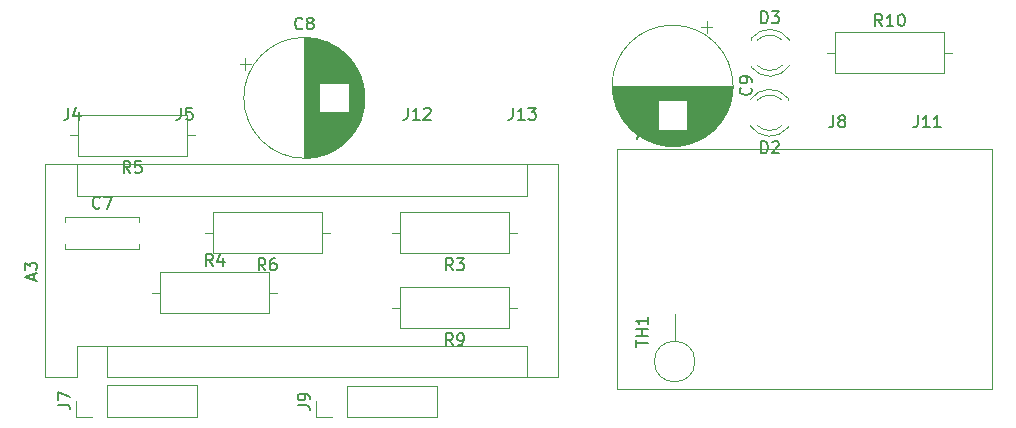
<source format=gto>
%TF.GenerationSoftware,KiCad,Pcbnew,6.0.11+dfsg-1*%
%TF.CreationDate,2024-03-12T04:01:45-04:00*%
%TF.ProjectId,pypilot-motor,70797069-6c6f-4742-9d6d-6f746f722e6b,rev?*%
%TF.SameCoordinates,Original*%
%TF.FileFunction,Legend,Top*%
%TF.FilePolarity,Positive*%
%FSLAX46Y46*%
G04 Gerber Fmt 4.6, Leading zero omitted, Abs format (unit mm)*
G04 Created by KiCad (PCBNEW 6.0.11+dfsg-1) date 2024-03-12 04:01:45*
%MOMM*%
%LPD*%
G01*
G04 APERTURE LIST*
%ADD10C,0.150000*%
%ADD11C,0.120000*%
G04 APERTURE END LIST*
D10*
%TO.C,A3*%
X104036666Y-116974285D02*
X104036666Y-116498095D01*
X104322380Y-117069523D02*
X103322380Y-116736190D01*
X104322380Y-116402857D01*
X103322380Y-116164761D02*
X103322380Y-115545714D01*
X103703333Y-115879047D01*
X103703333Y-115736190D01*
X103750952Y-115640952D01*
X103798571Y-115593333D01*
X103893809Y-115545714D01*
X104131904Y-115545714D01*
X104227142Y-115593333D01*
X104274761Y-115640952D01*
X104322380Y-115736190D01*
X104322380Y-116021904D01*
X104274761Y-116117142D01*
X104227142Y-116164761D01*
%TO.C,A4*%
X155241714Y-104814666D02*
X155717904Y-104814666D01*
X155146476Y-105100380D02*
X155479809Y-104100380D01*
X155813142Y-105100380D01*
X156575047Y-104433714D02*
X156575047Y-105100380D01*
X156336952Y-104052761D02*
X156098857Y-104767047D01*
X156717904Y-104767047D01*
%TO.C,C7*%
X109648333Y-110887142D02*
X109600714Y-110934761D01*
X109457857Y-110982380D01*
X109362619Y-110982380D01*
X109219761Y-110934761D01*
X109124523Y-110839523D01*
X109076904Y-110744285D01*
X109029285Y-110553809D01*
X109029285Y-110410952D01*
X109076904Y-110220476D01*
X109124523Y-110125238D01*
X109219761Y-110030000D01*
X109362619Y-109982380D01*
X109457857Y-109982380D01*
X109600714Y-110030000D01*
X109648333Y-110077619D01*
X109981666Y-109982380D02*
X110648333Y-109982380D01*
X110219761Y-110982380D01*
%TO.C,C9*%
X164747542Y-100736066D02*
X164795161Y-100783685D01*
X164842780Y-100926542D01*
X164842780Y-101021780D01*
X164795161Y-101164638D01*
X164699923Y-101259876D01*
X164604685Y-101307495D01*
X164414209Y-101355114D01*
X164271352Y-101355114D01*
X164080876Y-101307495D01*
X163985638Y-101259876D01*
X163890400Y-101164638D01*
X163842780Y-101021780D01*
X163842780Y-100926542D01*
X163890400Y-100783685D01*
X163938019Y-100736066D01*
X164842780Y-100259876D02*
X164842780Y-100069400D01*
X164795161Y-99974161D01*
X164747542Y-99926542D01*
X164604685Y-99831304D01*
X164414209Y-99783685D01*
X164033257Y-99783685D01*
X163938019Y-99831304D01*
X163890400Y-99878923D01*
X163842780Y-99974161D01*
X163842780Y-100164638D01*
X163890400Y-100259876D01*
X163938019Y-100307495D01*
X164033257Y-100355114D01*
X164271352Y-100355114D01*
X164366590Y-100307495D01*
X164414209Y-100259876D01*
X164461828Y-100164638D01*
X164461828Y-99974161D01*
X164414209Y-99878923D01*
X164366590Y-99831304D01*
X164271352Y-99783685D01*
%TO.C,J4*%
X106981666Y-102457380D02*
X106981666Y-103171666D01*
X106934047Y-103314523D01*
X106838809Y-103409761D01*
X106695952Y-103457380D01*
X106600714Y-103457380D01*
X107886428Y-102790714D02*
X107886428Y-103457380D01*
X107648333Y-102409761D02*
X107410238Y-103124047D01*
X108029285Y-103124047D01*
%TO.C,J5*%
X116506666Y-102457380D02*
X116506666Y-103171666D01*
X116459047Y-103314523D01*
X116363809Y-103409761D01*
X116220952Y-103457380D01*
X116125714Y-103457380D01*
X117459047Y-102457380D02*
X116982857Y-102457380D01*
X116935238Y-102933571D01*
X116982857Y-102885952D01*
X117078095Y-102838333D01*
X117316190Y-102838333D01*
X117411428Y-102885952D01*
X117459047Y-102933571D01*
X117506666Y-103028809D01*
X117506666Y-103266904D01*
X117459047Y-103362142D01*
X117411428Y-103409761D01*
X117316190Y-103457380D01*
X117078095Y-103457380D01*
X116982857Y-103409761D01*
X116935238Y-103362142D01*
%TO.C,J7*%
X106088380Y-127587333D02*
X106802666Y-127587333D01*
X106945523Y-127634952D01*
X107040761Y-127730190D01*
X107088380Y-127873047D01*
X107088380Y-127968285D01*
X106088380Y-127206380D02*
X106088380Y-126539714D01*
X107088380Y-126968285D01*
%TO.C,J8*%
X171751666Y-103092380D02*
X171751666Y-103806666D01*
X171704047Y-103949523D01*
X171608809Y-104044761D01*
X171465952Y-104092380D01*
X171370714Y-104092380D01*
X172370714Y-103520952D02*
X172275476Y-103473333D01*
X172227857Y-103425714D01*
X172180238Y-103330476D01*
X172180238Y-103282857D01*
X172227857Y-103187619D01*
X172275476Y-103140000D01*
X172370714Y-103092380D01*
X172561190Y-103092380D01*
X172656428Y-103140000D01*
X172704047Y-103187619D01*
X172751666Y-103282857D01*
X172751666Y-103330476D01*
X172704047Y-103425714D01*
X172656428Y-103473333D01*
X172561190Y-103520952D01*
X172370714Y-103520952D01*
X172275476Y-103568571D01*
X172227857Y-103616190D01*
X172180238Y-103711428D01*
X172180238Y-103901904D01*
X172227857Y-103997142D01*
X172275476Y-104044761D01*
X172370714Y-104092380D01*
X172561190Y-104092380D01*
X172656428Y-104044761D01*
X172704047Y-103997142D01*
X172751666Y-103901904D01*
X172751666Y-103711428D01*
X172704047Y-103616190D01*
X172656428Y-103568571D01*
X172561190Y-103520952D01*
%TO.C,J9*%
X126408380Y-127638133D02*
X127122666Y-127638133D01*
X127265523Y-127685752D01*
X127360761Y-127780990D01*
X127408380Y-127923847D01*
X127408380Y-128019085D01*
X127408380Y-127114323D02*
X127408380Y-126923847D01*
X127360761Y-126828609D01*
X127313142Y-126780990D01*
X127170285Y-126685752D01*
X126979809Y-126638133D01*
X126598857Y-126638133D01*
X126503619Y-126685752D01*
X126456000Y-126733371D01*
X126408380Y-126828609D01*
X126408380Y-127019085D01*
X126456000Y-127114323D01*
X126503619Y-127161942D01*
X126598857Y-127209561D01*
X126836952Y-127209561D01*
X126932190Y-127161942D01*
X126979809Y-127114323D01*
X127027428Y-127019085D01*
X127027428Y-126828609D01*
X126979809Y-126733371D01*
X126932190Y-126685752D01*
X126836952Y-126638133D01*
%TO.C,J11*%
X178895476Y-103092380D02*
X178895476Y-103806666D01*
X178847857Y-103949523D01*
X178752619Y-104044761D01*
X178609761Y-104092380D01*
X178514523Y-104092380D01*
X179895476Y-104092380D02*
X179324047Y-104092380D01*
X179609761Y-104092380D02*
X179609761Y-103092380D01*
X179514523Y-103235238D01*
X179419285Y-103330476D01*
X179324047Y-103378095D01*
X180847857Y-104092380D02*
X180276428Y-104092380D01*
X180562142Y-104092380D02*
X180562142Y-103092380D01*
X180466904Y-103235238D01*
X180371666Y-103330476D01*
X180276428Y-103378095D01*
%TO.C,J12*%
X135715476Y-102457380D02*
X135715476Y-103171666D01*
X135667857Y-103314523D01*
X135572619Y-103409761D01*
X135429761Y-103457380D01*
X135334523Y-103457380D01*
X136715476Y-103457380D02*
X136144047Y-103457380D01*
X136429761Y-103457380D02*
X136429761Y-102457380D01*
X136334523Y-102600238D01*
X136239285Y-102695476D01*
X136144047Y-102743095D01*
X137096428Y-102552619D02*
X137144047Y-102505000D01*
X137239285Y-102457380D01*
X137477380Y-102457380D01*
X137572619Y-102505000D01*
X137620238Y-102552619D01*
X137667857Y-102647857D01*
X137667857Y-102743095D01*
X137620238Y-102885952D01*
X137048809Y-103457380D01*
X137667857Y-103457380D01*
%TO.C,J13*%
X144605476Y-102457380D02*
X144605476Y-103171666D01*
X144557857Y-103314523D01*
X144462619Y-103409761D01*
X144319761Y-103457380D01*
X144224523Y-103457380D01*
X145605476Y-103457380D02*
X145034047Y-103457380D01*
X145319761Y-103457380D02*
X145319761Y-102457380D01*
X145224523Y-102600238D01*
X145129285Y-102695476D01*
X145034047Y-102743095D01*
X145938809Y-102457380D02*
X146557857Y-102457380D01*
X146224523Y-102838333D01*
X146367380Y-102838333D01*
X146462619Y-102885952D01*
X146510238Y-102933571D01*
X146557857Y-103028809D01*
X146557857Y-103266904D01*
X146510238Y-103362142D01*
X146462619Y-103409761D01*
X146367380Y-103457380D01*
X146081666Y-103457380D01*
X145986428Y-103409761D01*
X145938809Y-103362142D01*
%TO.C,R3*%
X139533333Y-116202380D02*
X139200000Y-115726190D01*
X138961904Y-116202380D02*
X138961904Y-115202380D01*
X139342857Y-115202380D01*
X139438095Y-115250000D01*
X139485714Y-115297619D01*
X139533333Y-115392857D01*
X139533333Y-115535714D01*
X139485714Y-115630952D01*
X139438095Y-115678571D01*
X139342857Y-115726190D01*
X138961904Y-115726190D01*
X139866666Y-115202380D02*
X140485714Y-115202380D01*
X140152380Y-115583333D01*
X140295238Y-115583333D01*
X140390476Y-115630952D01*
X140438095Y-115678571D01*
X140485714Y-115773809D01*
X140485714Y-116011904D01*
X140438095Y-116107142D01*
X140390476Y-116154761D01*
X140295238Y-116202380D01*
X140009523Y-116202380D01*
X139914285Y-116154761D01*
X139866666Y-116107142D01*
%TO.C,R4*%
X119213333Y-115842380D02*
X118880000Y-115366190D01*
X118641904Y-115842380D02*
X118641904Y-114842380D01*
X119022857Y-114842380D01*
X119118095Y-114890000D01*
X119165714Y-114937619D01*
X119213333Y-115032857D01*
X119213333Y-115175714D01*
X119165714Y-115270952D01*
X119118095Y-115318571D01*
X119022857Y-115366190D01*
X118641904Y-115366190D01*
X120070476Y-115175714D02*
X120070476Y-115842380D01*
X119832380Y-114794761D02*
X119594285Y-115509047D01*
X120213333Y-115509047D01*
%TO.C,R5*%
X112228333Y-107947380D02*
X111895000Y-107471190D01*
X111656904Y-107947380D02*
X111656904Y-106947380D01*
X112037857Y-106947380D01*
X112133095Y-106995000D01*
X112180714Y-107042619D01*
X112228333Y-107137857D01*
X112228333Y-107280714D01*
X112180714Y-107375952D01*
X112133095Y-107423571D01*
X112037857Y-107471190D01*
X111656904Y-107471190D01*
X113133095Y-106947380D02*
X112656904Y-106947380D01*
X112609285Y-107423571D01*
X112656904Y-107375952D01*
X112752142Y-107328333D01*
X112990238Y-107328333D01*
X113085476Y-107375952D01*
X113133095Y-107423571D01*
X113180714Y-107518809D01*
X113180714Y-107756904D01*
X113133095Y-107852142D01*
X113085476Y-107899761D01*
X112990238Y-107947380D01*
X112752142Y-107947380D01*
X112656904Y-107899761D01*
X112609285Y-107852142D01*
%TO.C,R6*%
X123658333Y-116202380D02*
X123325000Y-115726190D01*
X123086904Y-116202380D02*
X123086904Y-115202380D01*
X123467857Y-115202380D01*
X123563095Y-115250000D01*
X123610714Y-115297619D01*
X123658333Y-115392857D01*
X123658333Y-115535714D01*
X123610714Y-115630952D01*
X123563095Y-115678571D01*
X123467857Y-115726190D01*
X123086904Y-115726190D01*
X124515476Y-115202380D02*
X124325000Y-115202380D01*
X124229761Y-115250000D01*
X124182142Y-115297619D01*
X124086904Y-115440476D01*
X124039285Y-115630952D01*
X124039285Y-116011904D01*
X124086904Y-116107142D01*
X124134523Y-116154761D01*
X124229761Y-116202380D01*
X124420238Y-116202380D01*
X124515476Y-116154761D01*
X124563095Y-116107142D01*
X124610714Y-116011904D01*
X124610714Y-115773809D01*
X124563095Y-115678571D01*
X124515476Y-115630952D01*
X124420238Y-115583333D01*
X124229761Y-115583333D01*
X124134523Y-115630952D01*
X124086904Y-115678571D01*
X124039285Y-115773809D01*
%TO.C,R9*%
X139533333Y-122552380D02*
X139200000Y-122076190D01*
X138961904Y-122552380D02*
X138961904Y-121552380D01*
X139342857Y-121552380D01*
X139438095Y-121600000D01*
X139485714Y-121647619D01*
X139533333Y-121742857D01*
X139533333Y-121885714D01*
X139485714Y-121980952D01*
X139438095Y-122028571D01*
X139342857Y-122076190D01*
X138961904Y-122076190D01*
X140009523Y-122552380D02*
X140200000Y-122552380D01*
X140295238Y-122504761D01*
X140342857Y-122457142D01*
X140438095Y-122314285D01*
X140485714Y-122123809D01*
X140485714Y-121742857D01*
X140438095Y-121647619D01*
X140390476Y-121600000D01*
X140295238Y-121552380D01*
X140104761Y-121552380D01*
X140009523Y-121600000D01*
X139961904Y-121647619D01*
X139914285Y-121742857D01*
X139914285Y-121980952D01*
X139961904Y-122076190D01*
X140009523Y-122123809D01*
X140104761Y-122171428D01*
X140295238Y-122171428D01*
X140390476Y-122123809D01*
X140438095Y-122076190D01*
X140485714Y-121980952D01*
%TO.C,TH1*%
X155050580Y-122672314D02*
X155050580Y-122100885D01*
X156050580Y-122386600D02*
X155050580Y-122386600D01*
X156050580Y-121767552D02*
X155050580Y-121767552D01*
X155526771Y-121767552D02*
X155526771Y-121196123D01*
X156050580Y-121196123D02*
X155050580Y-121196123D01*
X156050580Y-120196123D02*
X156050580Y-120767552D01*
X156050580Y-120481838D02*
X155050580Y-120481838D01*
X155193438Y-120577076D01*
X155288676Y-120672314D01*
X155336295Y-120767552D01*
%TO.C,C8*%
X126793333Y-95707142D02*
X126745714Y-95754761D01*
X126602857Y-95802380D01*
X126507619Y-95802380D01*
X126364761Y-95754761D01*
X126269523Y-95659523D01*
X126221904Y-95564285D01*
X126174285Y-95373809D01*
X126174285Y-95230952D01*
X126221904Y-95040476D01*
X126269523Y-94945238D01*
X126364761Y-94850000D01*
X126507619Y-94802380D01*
X126602857Y-94802380D01*
X126745714Y-94850000D01*
X126793333Y-94897619D01*
X127364761Y-95230952D02*
X127269523Y-95183333D01*
X127221904Y-95135714D01*
X127174285Y-95040476D01*
X127174285Y-94992857D01*
X127221904Y-94897619D01*
X127269523Y-94850000D01*
X127364761Y-94802380D01*
X127555238Y-94802380D01*
X127650476Y-94850000D01*
X127698095Y-94897619D01*
X127745714Y-94992857D01*
X127745714Y-95040476D01*
X127698095Y-95135714D01*
X127650476Y-95183333D01*
X127555238Y-95230952D01*
X127364761Y-95230952D01*
X127269523Y-95278571D01*
X127221904Y-95326190D01*
X127174285Y-95421428D01*
X127174285Y-95611904D01*
X127221904Y-95707142D01*
X127269523Y-95754761D01*
X127364761Y-95802380D01*
X127555238Y-95802380D01*
X127650476Y-95754761D01*
X127698095Y-95707142D01*
X127745714Y-95611904D01*
X127745714Y-95421428D01*
X127698095Y-95326190D01*
X127650476Y-95278571D01*
X127555238Y-95230952D01*
%TO.C,D2*%
X165631904Y-106282380D02*
X165631904Y-105282380D01*
X165870000Y-105282380D01*
X166012857Y-105330000D01*
X166108095Y-105425238D01*
X166155714Y-105520476D01*
X166203333Y-105710952D01*
X166203333Y-105853809D01*
X166155714Y-106044285D01*
X166108095Y-106139523D01*
X166012857Y-106234761D01*
X165870000Y-106282380D01*
X165631904Y-106282380D01*
X166584285Y-105377619D02*
X166631904Y-105330000D01*
X166727142Y-105282380D01*
X166965238Y-105282380D01*
X167060476Y-105330000D01*
X167108095Y-105377619D01*
X167155714Y-105472857D01*
X167155714Y-105568095D01*
X167108095Y-105710952D01*
X166536666Y-106282380D01*
X167155714Y-106282380D01*
%TO.C,R10*%
X175887142Y-95522380D02*
X175553809Y-95046190D01*
X175315714Y-95522380D02*
X175315714Y-94522380D01*
X175696666Y-94522380D01*
X175791904Y-94570000D01*
X175839523Y-94617619D01*
X175887142Y-94712857D01*
X175887142Y-94855714D01*
X175839523Y-94950952D01*
X175791904Y-94998571D01*
X175696666Y-95046190D01*
X175315714Y-95046190D01*
X176839523Y-95522380D02*
X176268095Y-95522380D01*
X176553809Y-95522380D02*
X176553809Y-94522380D01*
X176458571Y-94665238D01*
X176363333Y-94760476D01*
X176268095Y-94808095D01*
X177458571Y-94522380D02*
X177553809Y-94522380D01*
X177649047Y-94570000D01*
X177696666Y-94617619D01*
X177744285Y-94712857D01*
X177791904Y-94903333D01*
X177791904Y-95141428D01*
X177744285Y-95331904D01*
X177696666Y-95427142D01*
X177649047Y-95474761D01*
X177553809Y-95522380D01*
X177458571Y-95522380D01*
X177363333Y-95474761D01*
X177315714Y-95427142D01*
X177268095Y-95331904D01*
X177220476Y-95141428D01*
X177220476Y-94903333D01*
X177268095Y-94712857D01*
X177315714Y-94617619D01*
X177363333Y-94570000D01*
X177458571Y-94522380D01*
%TO.C,D3*%
X165631904Y-95282380D02*
X165631904Y-94282380D01*
X165870000Y-94282380D01*
X166012857Y-94330000D01*
X166108095Y-94425238D01*
X166155714Y-94520476D01*
X166203333Y-94710952D01*
X166203333Y-94853809D01*
X166155714Y-95044285D01*
X166108095Y-95139523D01*
X166012857Y-95234761D01*
X165870000Y-95282380D01*
X165631904Y-95282380D01*
X166536666Y-94282380D02*
X167155714Y-94282380D01*
X166822380Y-94663333D01*
X166965238Y-94663333D01*
X167060476Y-94710952D01*
X167108095Y-94758571D01*
X167155714Y-94853809D01*
X167155714Y-95091904D01*
X167108095Y-95187142D01*
X167060476Y-95234761D01*
X166965238Y-95282380D01*
X166679523Y-95282380D01*
X166584285Y-95234761D01*
X166536666Y-95187142D01*
D11*
%TO.C,A3*%
X107680000Y-109910000D02*
X145780000Y-109910000D01*
X148450000Y-107240000D02*
X105010000Y-107240000D01*
X148450000Y-125280000D02*
X148450000Y-107240000D01*
X110220000Y-122610000D02*
X145780000Y-122610000D01*
X145780000Y-109910000D02*
X145780000Y-107240000D01*
X107680000Y-109910000D02*
X107680000Y-107240000D01*
X107680000Y-122610000D02*
X107680000Y-125280000D01*
X145780000Y-122610000D02*
X145780000Y-125280000D01*
X105010000Y-125280000D02*
X107680000Y-125280000D01*
X110220000Y-122610000D02*
X110220000Y-125280000D01*
X105010000Y-107240000D02*
X105010000Y-125280000D01*
X110220000Y-125280000D02*
X148450000Y-125280000D01*
X110220000Y-122610000D02*
X107680000Y-122610000D01*
%TO.C,A4*%
X153416000Y-105918000D02*
X153416000Y-126238000D01*
X185166000Y-105918000D02*
X153416000Y-105918000D01*
X185166000Y-126238000D02*
X185166000Y-105918000D01*
X153416000Y-126238000D02*
X185166000Y-126238000D01*
%TO.C,C7*%
X106695000Y-114400000D02*
X112935000Y-114400000D01*
X112935000Y-111660000D02*
X112935000Y-112105000D01*
X106695000Y-111660000D02*
X112935000Y-111660000D01*
X106695000Y-111660000D02*
X106695000Y-112105000D01*
X112935000Y-113955000D02*
X112935000Y-114400000D01*
X106695000Y-113955000D02*
X106695000Y-114400000D01*
%TO.C,C9*%
X156899400Y-102690400D02*
X153519400Y-102690400D01*
X163144400Y-101450400D02*
X153136400Y-101450400D01*
X162951400Y-102210400D02*
X159381400Y-102210400D01*
X163151400Y-101410400D02*
X153129400Y-101410400D01*
X162923400Y-102290400D02*
X159381400Y-102290400D01*
X163047400Y-101890400D02*
X159381400Y-101890400D01*
X160265400Y-105210400D02*
X156015400Y-105210400D01*
X161346400Y-104530400D02*
X154934400Y-104530400D01*
X156899400Y-102210400D02*
X153329400Y-102210400D01*
X162743400Y-102730400D02*
X159381400Y-102730400D01*
X160177400Y-105250400D02*
X156103400Y-105250400D01*
X163185400Y-101169400D02*
X153095400Y-101169400D01*
X163137400Y-101490400D02*
X153143400Y-101490400D01*
X162724400Y-102770400D02*
X159381400Y-102770400D01*
X162685400Y-102850400D02*
X159381400Y-102850400D01*
X162644400Y-102930400D02*
X159381400Y-102930400D01*
X156899400Y-102770400D02*
X153556400Y-102770400D01*
X161085400Y-104730400D02*
X155195400Y-104730400D01*
X158739400Y-105650400D02*
X157541400Y-105650400D01*
X156899400Y-102850400D02*
X153595400Y-102850400D01*
X161394400Y-104490400D02*
X154886400Y-104490400D01*
X156899400Y-102170400D02*
X153316400Y-102170400D01*
X162387400Y-103370400D02*
X159381400Y-103370400D01*
X160579400Y-105050400D02*
X155701400Y-105050400D01*
X156899400Y-102250400D02*
X153343400Y-102250400D01*
X156899400Y-103330400D02*
X153867400Y-103330400D01*
X162511400Y-103170400D02*
X159381400Y-103170400D01*
X156899400Y-103610400D02*
X154060400Y-103610400D01*
X162438400Y-103290400D02*
X159381400Y-103290400D01*
X161618400Y-104290400D02*
X159381400Y-104290400D01*
X160849400Y-104890400D02*
X155431400Y-104890400D01*
X156899400Y-103930400D02*
X154316400Y-103930400D01*
X156899400Y-104250400D02*
X154620400Y-104250400D01*
X161780400Y-104130400D02*
X159381400Y-104130400D01*
X163002400Y-102050400D02*
X159381400Y-102050400D01*
X162557400Y-103090400D02*
X159381400Y-103090400D01*
X162704400Y-102810400D02*
X159381400Y-102810400D01*
X156899400Y-103090400D02*
X153723400Y-103090400D01*
X156899400Y-103970400D02*
X154351400Y-103970400D01*
X156899400Y-104010400D02*
X154387400Y-104010400D01*
X162097400Y-103770400D02*
X159381400Y-103770400D01*
X156899400Y-102090400D02*
X153290400Y-102090400D01*
X156899400Y-103050400D02*
X153700400Y-103050400D01*
X156899400Y-101970400D02*
X153255400Y-101970400D01*
X156899400Y-101850400D02*
X153222400Y-101850400D01*
X156899400Y-103650400D02*
X154090400Y-103650400D01*
X156899400Y-103730400D02*
X154151400Y-103730400D01*
X162814400Y-102570400D02*
X159381400Y-102570400D01*
X156899400Y-102450400D02*
X153417400Y-102450400D01*
X156899400Y-104290400D02*
X154662400Y-104290400D01*
X156899400Y-102730400D02*
X153537400Y-102730400D01*
X163025400Y-101970400D02*
X159381400Y-101970400D01*
X163220400Y-100569400D02*
X153060400Y-100569400D01*
X161701400Y-104210400D02*
X159381400Y-104210400D01*
X159770400Y-105410400D02*
X156510400Y-105410400D01*
X156899400Y-103130400D02*
X153745400Y-103130400D01*
X162463400Y-103250400D02*
X159381400Y-103250400D01*
X156899400Y-103410400D02*
X153919400Y-103410400D01*
X156899400Y-103290400D02*
X153842400Y-103290400D01*
X160970400Y-104810400D02*
X155310400Y-104810400D01*
X162602400Y-103010400D02*
X159381400Y-103010400D01*
X162278400Y-103530400D02*
X159381400Y-103530400D01*
X163158400Y-101370400D02*
X153122400Y-101370400D01*
X156899400Y-103490400D02*
X153974400Y-103490400D01*
X161576400Y-104330400D02*
X154704400Y-104330400D01*
X162847400Y-102490400D02*
X159381400Y-102490400D01*
X163220400Y-100609400D02*
X153060400Y-100609400D01*
X156899400Y-104090400D02*
X154461400Y-104090400D01*
X162779400Y-102650400D02*
X159381400Y-102650400D01*
X163170400Y-101290400D02*
X153110400Y-101290400D01*
X161296400Y-104570400D02*
X154984400Y-104570400D01*
X161929400Y-103970400D02*
X159381400Y-103970400D01*
X156899400Y-102130400D02*
X153303400Y-102130400D01*
X163213400Y-100849400D02*
X153067400Y-100849400D01*
X162250400Y-103570400D02*
X159381400Y-103570400D01*
X156899400Y-103010400D02*
X153678400Y-103010400D01*
X156899400Y-103530400D02*
X154002400Y-103530400D01*
X156899400Y-104170400D02*
X154539400Y-104170400D01*
X161140400Y-104690400D02*
X155140400Y-104690400D01*
X162361400Y-103410400D02*
X159381400Y-103410400D01*
X162937400Y-102250400D02*
X159381400Y-102250400D01*
X163175400Y-101249400D02*
X153105400Y-101249400D01*
X163014400Y-102010400D02*
X159381400Y-102010400D01*
X162580400Y-103050400D02*
X159381400Y-103050400D01*
X163078400Y-101770400D02*
X153202400Y-101770400D01*
X162830400Y-102530400D02*
X159381400Y-102530400D01*
X162487400Y-103210400D02*
X159381400Y-103210400D01*
X162065400Y-103810400D02*
X159381400Y-103810400D01*
X162863400Y-102450400D02*
X159381400Y-102450400D01*
X163087400Y-101730400D02*
X153193400Y-101730400D01*
X163122400Y-101570400D02*
X153158400Y-101570400D01*
X162894400Y-102370400D02*
X159381400Y-102370400D01*
X156899400Y-102970400D02*
X153657400Y-102970400D01*
X160429400Y-105130400D02*
X155851400Y-105130400D01*
X156899400Y-103210400D02*
X153793400Y-103210400D01*
X156899400Y-102490400D02*
X153433400Y-102490400D01*
X156899400Y-102330400D02*
X153372400Y-102330400D01*
X163180400Y-101209400D02*
X153100400Y-101209400D01*
X161015400Y-95089754D02*
X161015400Y-96089754D01*
X163164400Y-101330400D02*
X153116400Y-101330400D01*
X156899400Y-103570400D02*
X154030400Y-103570400D01*
X162797400Y-102610400D02*
X159381400Y-102610400D01*
X156899400Y-103450400D02*
X153946400Y-103450400D01*
X163190400Y-101129400D02*
X153090400Y-101129400D01*
X156899400Y-104210400D02*
X154579400Y-104210400D01*
X159882400Y-105370400D02*
X156398400Y-105370400D01*
X156899400Y-102570400D02*
X153466400Y-102570400D01*
X156899400Y-103770400D02*
X154183400Y-103770400D01*
X163208400Y-100929400D02*
X153072400Y-100929400D01*
X156899400Y-103810400D02*
X154215400Y-103810400D01*
X161856400Y-104050400D02*
X159381400Y-104050400D01*
X161964400Y-103930400D02*
X159381400Y-103930400D01*
X162977400Y-102130400D02*
X159381400Y-102130400D01*
X163215400Y-100809400D02*
X153065400Y-100809400D01*
X160910400Y-104850400D02*
X155370400Y-104850400D01*
X159370400Y-105530400D02*
X156910400Y-105530400D01*
X161487400Y-104410400D02*
X154793400Y-104410400D01*
X162190400Y-103650400D02*
X159381400Y-103650400D01*
X161194400Y-104650400D02*
X155086400Y-104650400D01*
X162623400Y-102970400D02*
X159381400Y-102970400D01*
X160650400Y-105010400D02*
X155630400Y-105010400D01*
X159518400Y-105490400D02*
X156762400Y-105490400D01*
X162220400Y-103610400D02*
X159381400Y-103610400D01*
X162908400Y-102330400D02*
X159381400Y-102330400D01*
X161660400Y-104250400D02*
X159381400Y-104250400D01*
X161532400Y-104370400D02*
X154748400Y-104370400D01*
X162878400Y-102410400D02*
X159381400Y-102410400D01*
X156899400Y-103850400D02*
X154248400Y-103850400D01*
X160505400Y-105090400D02*
X155775400Y-105090400D01*
X161441400Y-104450400D02*
X154839400Y-104450400D01*
X156899400Y-102930400D02*
X153636400Y-102930400D01*
X156899400Y-102050400D02*
X153278400Y-102050400D01*
X162306400Y-103490400D02*
X159381400Y-103490400D01*
X162535400Y-103130400D02*
X159381400Y-103130400D01*
X160349400Y-105170400D02*
X155931400Y-105170400D01*
X161819400Y-104090400D02*
X159381400Y-104090400D01*
X162990400Y-102090400D02*
X159381400Y-102090400D01*
X163202400Y-101009400D02*
X153078400Y-101009400D01*
X162665400Y-102890400D02*
X159381400Y-102890400D01*
X159986400Y-105330400D02*
X156294400Y-105330400D01*
X161246400Y-104610400D02*
X155034400Y-104610400D01*
X156899400Y-102890400D02*
X153615400Y-102890400D01*
X156899400Y-103370400D02*
X153893400Y-103370400D01*
X163130400Y-101530400D02*
X153150400Y-101530400D01*
X162032400Y-103850400D02*
X159381400Y-103850400D01*
X161029400Y-104770400D02*
X155251400Y-104770400D01*
X163114400Y-101610400D02*
X153166400Y-101610400D01*
X162964400Y-102170400D02*
X159381400Y-102170400D01*
X156899400Y-104130400D02*
X154500400Y-104130400D01*
X156899400Y-102370400D02*
X153386400Y-102370400D01*
X159002400Y-105610400D02*
X157278400Y-105610400D01*
X156899400Y-102290400D02*
X153357400Y-102290400D01*
X156899400Y-101890400D02*
X153233400Y-101890400D01*
X163194400Y-101089400D02*
X153086400Y-101089400D01*
X156899400Y-103170400D02*
X153769400Y-103170400D01*
X156899400Y-104050400D02*
X154424400Y-104050400D01*
X163058400Y-101850400D02*
X159381400Y-101850400D01*
X156899400Y-103690400D02*
X154120400Y-103690400D01*
X161998400Y-103890400D02*
X159381400Y-103890400D01*
X162334400Y-103450400D02*
X159381400Y-103450400D01*
X162129400Y-103730400D02*
X159381400Y-103730400D01*
X163198400Y-101049400D02*
X153082400Y-101049400D01*
X162160400Y-103690400D02*
X159381400Y-103690400D01*
X161515400Y-95589754D02*
X160515400Y-95589754D01*
X156899400Y-102610400D02*
X153483400Y-102610400D01*
X161741400Y-104170400D02*
X159381400Y-104170400D01*
X163068400Y-101810400D02*
X153212400Y-101810400D01*
X156899400Y-102810400D02*
X153576400Y-102810400D01*
X161893400Y-104010400D02*
X159381400Y-104010400D01*
X163105400Y-101650400D02*
X153175400Y-101650400D01*
X162413400Y-103330400D02*
X159381400Y-103330400D01*
X156899400Y-103890400D02*
X154282400Y-103890400D01*
X163037400Y-101930400D02*
X159381400Y-101930400D01*
X160785400Y-104930400D02*
X155495400Y-104930400D01*
X163219400Y-100689400D02*
X153061400Y-100689400D01*
X156899400Y-102650400D02*
X153501400Y-102650400D01*
X156899400Y-102530400D02*
X153450400Y-102530400D01*
X163096400Y-101690400D02*
X153184400Y-101690400D01*
X163218400Y-100729400D02*
X153062400Y-100729400D01*
X160084400Y-105290400D02*
X156196400Y-105290400D01*
X163205400Y-100969400D02*
X153075400Y-100969400D01*
X160719400Y-104970400D02*
X155561400Y-104970400D01*
X162761400Y-102690400D02*
X159381400Y-102690400D01*
X159650400Y-105450400D02*
X156630400Y-105450400D01*
X163210400Y-100889400D02*
X153070400Y-100889400D01*
X156899400Y-102410400D02*
X153402400Y-102410400D01*
X156899400Y-101930400D02*
X153243400Y-101930400D01*
X163220400Y-100649400D02*
X153060400Y-100649400D01*
X156899400Y-102010400D02*
X153266400Y-102010400D01*
X156899400Y-103250400D02*
X153817400Y-103250400D01*
X163217400Y-100769400D02*
X153063400Y-100769400D01*
X159202400Y-105570400D02*
X157078400Y-105570400D01*
X163260400Y-100569400D02*
G75*
G03*
X163260400Y-100569400I-5120000J0D01*
G01*
%TO.C,J7*%
X107636000Y-128584000D02*
X107636000Y-127254000D01*
X110236000Y-125924000D02*
X117916000Y-125924000D01*
X108966000Y-128584000D02*
X107636000Y-128584000D01*
X117916000Y-128584000D02*
X117916000Y-125924000D01*
X110236000Y-128584000D02*
X117916000Y-128584000D01*
X110236000Y-128584000D02*
X110236000Y-125924000D01*
%TO.C,J9*%
X130556000Y-125974800D02*
X138236000Y-125974800D01*
X138236000Y-128634800D02*
X138236000Y-125974800D01*
X129286000Y-128634800D02*
X127956000Y-128634800D01*
X130556000Y-128634800D02*
X130556000Y-125974800D01*
X130556000Y-128634800D02*
X138236000Y-128634800D01*
X127956000Y-128634800D02*
X127956000Y-127304800D01*
%TO.C,R3*%
X144320000Y-114750000D02*
X144320000Y-111310000D01*
X134390000Y-113030000D02*
X135080000Y-113030000D01*
X145010000Y-113030000D02*
X144320000Y-113030000D01*
X135080000Y-114750000D02*
X144320000Y-114750000D01*
X144320000Y-111310000D02*
X135080000Y-111310000D01*
X135080000Y-111310000D02*
X135080000Y-114750000D01*
%TO.C,R4*%
X114760000Y-119830000D02*
X124000000Y-119830000D01*
X124690000Y-118110000D02*
X124000000Y-118110000D01*
X114760000Y-116390000D02*
X114760000Y-119830000D01*
X124000000Y-119830000D02*
X124000000Y-116390000D01*
X114070000Y-118110000D02*
X114760000Y-118110000D01*
X124000000Y-116390000D02*
X114760000Y-116390000D01*
%TO.C,R5*%
X107085000Y-104775000D02*
X107775000Y-104775000D01*
X117705000Y-104775000D02*
X117015000Y-104775000D01*
X117015000Y-103055000D02*
X107775000Y-103055000D01*
X107775000Y-106495000D02*
X117015000Y-106495000D01*
X117015000Y-106495000D02*
X117015000Y-103055000D01*
X107775000Y-103055000D02*
X107775000Y-106495000D01*
%TO.C,R6*%
X129135000Y-113030000D02*
X128445000Y-113030000D01*
X119205000Y-111310000D02*
X119205000Y-114750000D01*
X118515000Y-113030000D02*
X119205000Y-113030000D01*
X119205000Y-114750000D02*
X128445000Y-114750000D01*
X128445000Y-114750000D02*
X128445000Y-111310000D01*
X128445000Y-111310000D02*
X119205000Y-111310000D01*
%TO.C,R9*%
X135080000Y-117660000D02*
X135080000Y-121100000D01*
X145010000Y-119380000D02*
X144320000Y-119380000D01*
X144320000Y-121100000D02*
X144320000Y-117660000D01*
X134390000Y-119380000D02*
X135080000Y-119380000D01*
X144320000Y-117660000D02*
X135080000Y-117660000D01*
X135080000Y-121100000D02*
X144320000Y-121100000D01*
%TO.C,TH1*%
X158318200Y-122206600D02*
X158318200Y-119946600D01*
X160038200Y-123926600D02*
G75*
G03*
X160038200Y-123926600I-1720000J0D01*
G01*
%TO.C,C8*%
X130281000Y-97742000D02*
X130281000Y-100359000D01*
X129721000Y-102841000D02*
X129721000Y-105873000D01*
X127280000Y-96530000D02*
X127280000Y-106670000D01*
X129961000Y-97490000D02*
X129961000Y-100359000D01*
X130521000Y-102841000D02*
X130521000Y-105240000D01*
X130241000Y-102841000D02*
X130241000Y-105492000D01*
X128601000Y-96789000D02*
X128601000Y-100359000D01*
X131721000Y-99754000D02*
X131721000Y-103446000D01*
X128241000Y-96682000D02*
X128241000Y-100359000D01*
X130121000Y-97611000D02*
X130121000Y-100359000D01*
X128321000Y-102841000D02*
X128321000Y-106497000D01*
X129521000Y-97205000D02*
X129521000Y-100359000D01*
X128521000Y-102841000D02*
X128521000Y-106437000D01*
X128401000Y-96726000D02*
X128401000Y-100359000D01*
X127400000Y-96538000D02*
X127400000Y-106662000D01*
X130481000Y-102841000D02*
X130481000Y-105279000D01*
X131441000Y-99161000D02*
X131441000Y-104039000D01*
X130681000Y-98122000D02*
X130681000Y-100359000D01*
X129921000Y-102841000D02*
X129921000Y-105738000D01*
X121980354Y-98225000D02*
X121980354Y-99225000D01*
X130321000Y-102841000D02*
X130321000Y-105424000D01*
X131321000Y-98955000D02*
X131321000Y-104245000D01*
X128601000Y-102841000D02*
X128601000Y-106411000D01*
X131601000Y-99475000D02*
X131601000Y-103725000D01*
X130601000Y-98039000D02*
X130601000Y-100359000D01*
X129441000Y-97160000D02*
X129441000Y-100359000D01*
X128681000Y-102841000D02*
X128681000Y-106383000D01*
X128841000Y-102841000D02*
X128841000Y-106323000D01*
X131281000Y-98891000D02*
X131281000Y-104309000D01*
X128561000Y-102841000D02*
X128561000Y-106424000D01*
X131121000Y-98655000D02*
X131121000Y-104545000D01*
X130161000Y-102841000D02*
X130161000Y-105557000D01*
X129961000Y-102841000D02*
X129961000Y-105710000D01*
X129841000Y-97406000D02*
X129841000Y-100359000D01*
X127080000Y-96521000D02*
X127080000Y-106679000D01*
X127000000Y-96520000D02*
X127000000Y-106680000D01*
X129361000Y-97117000D02*
X129361000Y-100359000D01*
X131201000Y-98770000D02*
X131201000Y-104430000D01*
X129681000Y-102841000D02*
X129681000Y-105898000D01*
X130921000Y-98394000D02*
X130921000Y-104806000D01*
X129201000Y-102841000D02*
X129201000Y-106164000D01*
X131161000Y-98711000D02*
X131161000Y-104489000D01*
X127560000Y-96555000D02*
X127560000Y-106645000D01*
X132001000Y-100738000D02*
X132001000Y-102462000D01*
X130761000Y-98208000D02*
X130761000Y-104992000D01*
X129401000Y-102841000D02*
X129401000Y-106062000D01*
X128481000Y-96750000D02*
X128481000Y-100359000D01*
X130881000Y-98346000D02*
X130881000Y-104854000D01*
X129081000Y-96979000D02*
X129081000Y-100359000D01*
X130681000Y-102841000D02*
X130681000Y-105078000D01*
X127640000Y-96565000D02*
X127640000Y-106635000D01*
X128801000Y-96862000D02*
X128801000Y-100359000D01*
X127360000Y-96535000D02*
X127360000Y-106665000D01*
X131521000Y-99311000D02*
X131521000Y-103889000D01*
X131481000Y-99235000D02*
X131481000Y-103965000D01*
X129401000Y-97138000D02*
X129401000Y-100359000D01*
X129201000Y-97036000D02*
X129201000Y-100359000D01*
X128841000Y-96877000D02*
X128841000Y-100359000D01*
X130721000Y-98164000D02*
X130721000Y-105036000D01*
X131761000Y-99858000D02*
X131761000Y-103342000D01*
X128761000Y-96846000D02*
X128761000Y-100359000D01*
X127200000Y-96525000D02*
X127200000Y-106675000D01*
X129241000Y-97055000D02*
X129241000Y-100359000D01*
X127801000Y-96589000D02*
X127801000Y-106611000D01*
X130201000Y-97675000D02*
X130201000Y-100359000D01*
X128161000Y-96662000D02*
X128161000Y-106538000D01*
X128761000Y-102841000D02*
X128761000Y-106354000D01*
X130361000Y-102841000D02*
X130361000Y-105389000D01*
X128521000Y-96763000D02*
X128521000Y-100359000D01*
X127040000Y-96520000D02*
X127040000Y-106680000D01*
X129881000Y-97434000D02*
X129881000Y-100359000D01*
X130641000Y-98080000D02*
X130641000Y-100359000D01*
X127480000Y-96546000D02*
X127480000Y-106654000D01*
X129241000Y-102841000D02*
X129241000Y-106145000D01*
X128041000Y-96635000D02*
X128041000Y-106565000D01*
X130081000Y-102841000D02*
X130081000Y-105620000D01*
X127120000Y-96522000D02*
X127120000Y-106678000D01*
X128321000Y-96703000D02*
X128321000Y-100359000D01*
X130121000Y-102841000D02*
X130121000Y-105589000D01*
X130041000Y-97550000D02*
X130041000Y-100359000D01*
X127961000Y-96618000D02*
X127961000Y-106582000D01*
X130561000Y-97999000D02*
X130561000Y-100359000D01*
X129001000Y-96943000D02*
X129001000Y-100359000D01*
X129641000Y-102841000D02*
X129641000Y-105923000D01*
X129761000Y-97353000D02*
X129761000Y-100359000D01*
X129481000Y-102841000D02*
X129481000Y-106017000D01*
X129001000Y-102841000D02*
X129001000Y-106257000D01*
X131241000Y-98830000D02*
X131241000Y-104370000D01*
X128481000Y-102841000D02*
X128481000Y-106450000D01*
X127681000Y-96570000D02*
X127681000Y-106630000D01*
X130001000Y-97520000D02*
X130001000Y-100359000D01*
X127721000Y-96576000D02*
X127721000Y-106624000D01*
X128961000Y-102841000D02*
X128961000Y-106274000D01*
X127320000Y-96532000D02*
X127320000Y-106668000D01*
X128201000Y-96672000D02*
X128201000Y-106528000D01*
X130441000Y-102841000D02*
X130441000Y-105316000D01*
X128641000Y-96803000D02*
X128641000Y-100359000D01*
X129321000Y-97096000D02*
X129321000Y-100359000D01*
X130441000Y-97884000D02*
X130441000Y-100359000D01*
X129081000Y-102841000D02*
X129081000Y-106221000D01*
X129161000Y-102841000D02*
X129161000Y-106184000D01*
X129321000Y-102841000D02*
X129321000Y-106104000D01*
X127841000Y-96596000D02*
X127841000Y-106604000D01*
X130321000Y-97776000D02*
X130321000Y-100359000D01*
X130161000Y-97643000D02*
X130161000Y-100359000D01*
X129641000Y-97277000D02*
X129641000Y-100359000D01*
X129921000Y-97462000D02*
X129921000Y-100359000D01*
X129561000Y-102841000D02*
X129561000Y-105971000D01*
X130481000Y-97921000D02*
X130481000Y-100359000D01*
X131081000Y-98600000D02*
X131081000Y-104600000D01*
X128921000Y-96910000D02*
X128921000Y-100359000D01*
X128401000Y-102841000D02*
X128401000Y-106474000D01*
X130801000Y-98253000D02*
X130801000Y-104947000D01*
X129281000Y-102841000D02*
X129281000Y-106125000D01*
X129561000Y-97229000D02*
X129561000Y-100359000D01*
X128881000Y-96893000D02*
X128881000Y-100359000D01*
X130561000Y-102841000D02*
X130561000Y-105201000D01*
X130841000Y-98299000D02*
X130841000Y-104901000D01*
X128361000Y-102841000D02*
X128361000Y-106485000D01*
X129681000Y-97302000D02*
X129681000Y-100359000D01*
X131361000Y-99021000D02*
X131361000Y-104179000D01*
X128121000Y-96653000D02*
X128121000Y-106547000D01*
X128881000Y-102841000D02*
X128881000Y-106307000D01*
X132041000Y-101001000D02*
X132041000Y-102199000D01*
X128281000Y-102841000D02*
X128281000Y-106507000D01*
X130961000Y-98444000D02*
X130961000Y-104756000D01*
X131401000Y-99090000D02*
X131401000Y-104110000D01*
X130201000Y-102841000D02*
X130201000Y-105525000D01*
X127240000Y-96527000D02*
X127240000Y-106673000D01*
X131881000Y-100222000D02*
X131881000Y-102978000D01*
X130601000Y-102841000D02*
X130601000Y-105161000D01*
X128441000Y-102841000D02*
X128441000Y-106462000D01*
X127160000Y-96523000D02*
X127160000Y-106677000D01*
X129721000Y-97327000D02*
X129721000Y-100359000D01*
X128561000Y-96776000D02*
X128561000Y-100359000D01*
X129601000Y-102841000D02*
X129601000Y-105947000D01*
X129601000Y-97253000D02*
X129601000Y-100359000D01*
X127440000Y-96542000D02*
X127440000Y-106658000D01*
X129881000Y-102841000D02*
X129881000Y-105766000D01*
X128721000Y-102841000D02*
X128721000Y-106368000D01*
X130641000Y-102841000D02*
X130641000Y-105120000D01*
X131801000Y-99970000D02*
X131801000Y-103230000D01*
X127600000Y-96560000D02*
X127600000Y-106640000D01*
X129121000Y-96997000D02*
X129121000Y-100359000D01*
X128241000Y-102841000D02*
X128241000Y-106518000D01*
X128001000Y-96626000D02*
X128001000Y-106574000D01*
X126960000Y-96520000D02*
X126960000Y-106680000D01*
X130401000Y-97847000D02*
X130401000Y-100359000D01*
X127761000Y-96582000D02*
X127761000Y-106618000D01*
X130281000Y-102841000D02*
X130281000Y-105458000D01*
X130401000Y-102841000D02*
X130401000Y-105353000D01*
X129801000Y-97379000D02*
X129801000Y-100359000D01*
X129161000Y-97016000D02*
X129161000Y-100359000D01*
X128441000Y-96738000D02*
X128441000Y-100359000D01*
X130041000Y-102841000D02*
X130041000Y-105650000D01*
X127881000Y-96603000D02*
X127881000Y-106597000D01*
X128921000Y-102841000D02*
X128921000Y-106290000D01*
X128721000Y-96832000D02*
X128721000Y-100359000D01*
X128681000Y-96817000D02*
X128681000Y-100359000D01*
X128641000Y-102841000D02*
X128641000Y-106397000D01*
X129801000Y-102841000D02*
X129801000Y-105821000D01*
X131641000Y-99563000D02*
X131641000Y-103637000D01*
X129121000Y-102841000D02*
X129121000Y-106203000D01*
X129761000Y-102841000D02*
X129761000Y-105847000D01*
X129361000Y-102841000D02*
X129361000Y-106083000D01*
X121480354Y-98725000D02*
X122480354Y-98725000D01*
X129841000Y-102841000D02*
X129841000Y-105794000D01*
X131041000Y-98546000D02*
X131041000Y-104654000D01*
X128081000Y-96644000D02*
X128081000Y-106556000D01*
X128281000Y-96693000D02*
X128281000Y-100359000D01*
X130081000Y-97580000D02*
X130081000Y-100359000D01*
X127921000Y-96610000D02*
X127921000Y-106590000D01*
X131001000Y-98494000D02*
X131001000Y-104706000D01*
X131561000Y-99391000D02*
X131561000Y-103809000D01*
X128801000Y-102841000D02*
X128801000Y-106338000D01*
X129281000Y-97075000D02*
X129281000Y-100359000D01*
X131921000Y-100370000D02*
X131921000Y-102830000D01*
X131961000Y-100538000D02*
X131961000Y-102662000D01*
X130521000Y-97960000D02*
X130521000Y-100359000D01*
X129521000Y-102841000D02*
X129521000Y-105995000D01*
X130361000Y-97811000D02*
X130361000Y-100359000D01*
X130241000Y-97708000D02*
X130241000Y-100359000D01*
X129481000Y-97183000D02*
X129481000Y-100359000D01*
X127520000Y-96550000D02*
X127520000Y-106650000D01*
X131681000Y-99656000D02*
X131681000Y-103544000D01*
X131841000Y-100090000D02*
X131841000Y-103110000D01*
X129441000Y-102841000D02*
X129441000Y-106040000D01*
X128361000Y-96715000D02*
X128361000Y-100359000D01*
X130001000Y-102841000D02*
X130001000Y-105680000D01*
X129041000Y-102841000D02*
X129041000Y-106239000D01*
X128961000Y-96926000D02*
X128961000Y-100359000D01*
X129041000Y-96961000D02*
X129041000Y-100359000D01*
X132080000Y-101600000D02*
G75*
G03*
X132080000Y-101600000I-5120000J0D01*
G01*
%TO.C,D2*%
X167930000Y-104106000D02*
X167930000Y-103950000D01*
X167930000Y-101790000D02*
X167930000Y-101634000D01*
X165328870Y-103949837D02*
G75*
G03*
X167410961Y-103950000I1041130J1079837D01*
G01*
X167410961Y-101790000D02*
G75*
G03*
X165328870Y-101790163I-1040961J-1080000D01*
G01*
X164697665Y-103948608D02*
G75*
G03*
X167930000Y-104105516I1672335J1078608D01*
G01*
X167930000Y-101634484D02*
G75*
G03*
X164697665Y-101791392I-1560000J-1235516D01*
G01*
%TO.C,R10*%
X171910000Y-99510000D02*
X181150000Y-99510000D01*
X181150000Y-99510000D02*
X181150000Y-96070000D01*
X181150000Y-96070000D02*
X171910000Y-96070000D01*
X171220000Y-97790000D02*
X171910000Y-97790000D01*
X171910000Y-96070000D02*
X171910000Y-99510000D01*
X181840000Y-97790000D02*
X181150000Y-97790000D01*
%TO.C,D3*%
X164810000Y-96554000D02*
X164810000Y-96710000D01*
X164810000Y-98870000D02*
X164810000Y-99026000D01*
X168042335Y-96711392D02*
G75*
G03*
X164810000Y-96554484I-1672335J-1078608D01*
G01*
X164810000Y-99025516D02*
G75*
G03*
X168042335Y-98868608I1560000J1235516D01*
G01*
X165329039Y-98870000D02*
G75*
G03*
X167411130Y-98869837I1040961J1080000D01*
G01*
X167411130Y-96710163D02*
G75*
G03*
X165329039Y-96710000I-1041130J-1079837D01*
G01*
%TD*%
M02*

</source>
